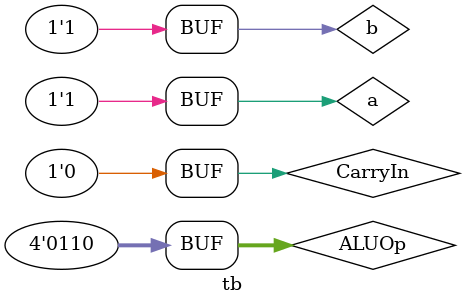
<source format=v>
module tb();
wire CarryOut, Result;
reg a, b, CarryIn;
reg [3:0] ALUOp;

ALU_1_bit alu0(
	.a(a),
	.b(b),
	.CarryIn(CarryIn),
	.CarryOut(CarryOut),
	.ALUOp(ALUOp),
	.Result(Result)
);

initial
begin
a = 1'b1;
b = 1'b1;
CarryIn = 1'b0;
ALUOp = 4'b0110;
end

endmodule
</source>
